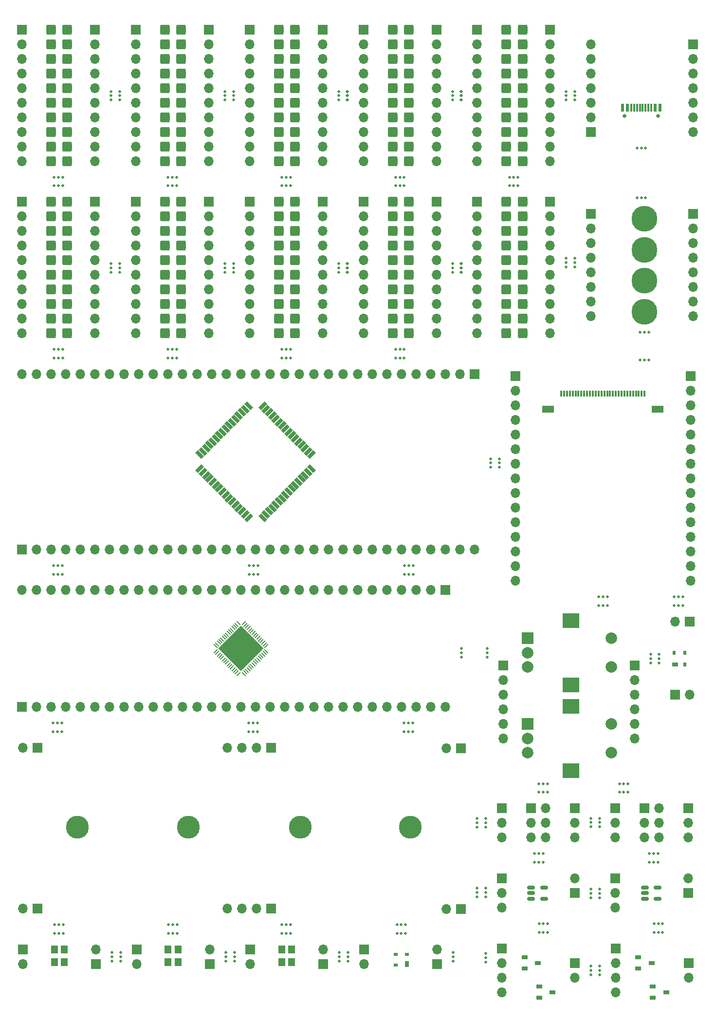
<source format=gbr>
%TF.GenerationSoftware,KiCad,Pcbnew,(6.0.2)*%
%TF.CreationDate,2022-03-22T08:03:31-04:00*%
%TF.ProjectId,Panel,50616e65-6c2e-46b6-9963-61645f706362,rev?*%
%TF.SameCoordinates,Original*%
%TF.FileFunction,Soldermask,Top*%
%TF.FilePolarity,Negative*%
%FSLAX46Y46*%
G04 Gerber Fmt 4.6, Leading zero omitted, Abs format (unit mm)*
G04 Created by KiCad (PCBNEW (6.0.2)) date 2022-03-22 08:03:31*
%MOMM*%
%LPD*%
G01*
G04 APERTURE LIST*
G04 Aperture macros list*
%AMRoundRect*
0 Rectangle with rounded corners*
0 $1 Rounding radius*
0 $2 $3 $4 $5 $6 $7 $8 $9 X,Y pos of 4 corners*
0 Add a 4 corners polygon primitive as box body*
4,1,4,$2,$3,$4,$5,$6,$7,$8,$9,$2,$3,0*
0 Add four circle primitives for the rounded corners*
1,1,$1+$1,$2,$3*
1,1,$1+$1,$4,$5*
1,1,$1+$1,$6,$7*
1,1,$1+$1,$8,$9*
0 Add four rect primitives between the rounded corners*
20,1,$1+$1,$2,$3,$4,$5,0*
20,1,$1+$1,$4,$5,$6,$7,0*
20,1,$1+$1,$6,$7,$8,$9,0*
20,1,$1+$1,$8,$9,$2,$3,0*%
%AMRotRect*
0 Rectangle, with rotation*
0 The origin of the aperture is its center*
0 $1 length*
0 $2 width*
0 $3 Rotation angle, in degrees counterclockwise*
0 Add horizontal line*
21,1,$1,$2,0,0,$3*%
G04 Aperture macros list end*
%ADD10RoundRect,0.289474X-0.535526X-0.585526X0.535526X-0.585526X0.535526X0.585526X-0.535526X0.585526X0*%
%ADD11C,0.500000*%
%ADD12R,1.700000X1.700000*%
%ADD13O,1.700000X1.700000*%
%ADD14R,1.200000X1.400000*%
%ADD15RotRect,0.600000X1.475000X135.000000*%
%ADD16RotRect,0.600000X1.475000X45.000000*%
%ADD17R,0.700000X1.000000*%
%ADD18R,0.700000X0.600000*%
%ADD19R,1.050000X0.700000*%
%ADD20R,0.300000X1.000000*%
%ADD21R,2.000000X1.300000*%
%ADD22C,3.987800*%
%ADD23RoundRect,0.150000X-0.512500X-0.150000X0.512500X-0.150000X0.512500X0.150000X-0.512500X0.150000X0*%
%ADD24R,1.000000X0.700000*%
%ADD25R,0.600000X0.700000*%
%ADD26R,2.000000X2.000000*%
%ADD27C,2.000000*%
%ADD28R,3.000000X2.500000*%
%ADD29C,0.650000*%
%ADD30R,0.600000X1.450000*%
%ADD31R,0.300000X1.450000*%
%ADD32RotRect,0.200000X0.850000X135.000000*%
%ADD33RotRect,0.200000X0.850000X45.000000*%
%ADD34RotRect,5.550000X5.550000X45.000000*%
%ADD35C,4.500000*%
G04 APERTURE END LIST*
D10*
%TO.C,G70*%
X88191699Y-91059998D03*
X91013999Y-91059998D03*
%TD*%
D11*
%TO.C,mouse-bite-2mm-slot20*%
X68912599Y-63909997D03*
X69662599Y-65409997D03*
X70412599Y-65409997D03*
X70412599Y-63909997D03*
X69662599Y-63909997D03*
X68912599Y-65409997D03*
%TD*%
%TO.C,mouse-bite-2mm-slot*%
X68842599Y-131409999D03*
X70342599Y-131409999D03*
X69592599Y-132909999D03*
X69592599Y-131409999D03*
X70342599Y-132909999D03*
X68842599Y-132909999D03*
%TD*%
D12*
%TO.C,J36*%
X115612599Y-38259998D03*
D13*
X115612599Y-40799998D03*
X115612599Y-43339998D03*
X115612599Y-45879998D03*
X115612599Y-48419998D03*
X115612599Y-50959998D03*
X115612599Y-53499998D03*
X115612599Y-56039998D03*
X115612599Y-58579998D03*
X115612599Y-61119998D03*
%TD*%
D10*
%TO.C,G23*%
X107991699Y-43339998D03*
X110813999Y-43339998D03*
%TD*%
%TO.C,G91*%
X147591699Y-68199998D03*
X150413999Y-68199998D03*
%TD*%
%TO.C,G16*%
X88191699Y-50959998D03*
X91013999Y-50959998D03*
%TD*%
%TO.C,G75*%
X107991699Y-78359998D03*
X110813999Y-78359998D03*
%TD*%
D11*
%TO.C,mouse-bite-2mm-slot*%
X104342599Y-131409999D03*
X102842599Y-132909999D03*
X104342599Y-132909999D03*
X103592599Y-131409999D03*
X103592599Y-132909999D03*
X102842599Y-131409999D03*
%TD*%
%TO.C,mouse-bite-2mm-slot*%
X170842599Y-95709999D03*
X172342599Y-95709999D03*
X171592599Y-95709999D03*
%TD*%
D12*
%TO.C,J52*%
X179259999Y-188320000D03*
D13*
X179259999Y-185780000D03*
%TD*%
D12*
%TO.C,J50*%
X155212599Y-68199998D03*
D13*
X155212599Y-70739998D03*
X155212599Y-73279998D03*
X155212599Y-75819998D03*
X155212599Y-78359998D03*
X155212599Y-80899998D03*
X155212599Y-83439998D03*
X155212599Y-85979998D03*
X155212599Y-88519998D03*
X155212599Y-91059998D03*
%TD*%
D10*
%TO.C,G50*%
X147591699Y-61119998D03*
X150413999Y-61119998D03*
%TD*%
D14*
%TO.C,Y2*%
X88749999Y-198179999D03*
X88749999Y-200379999D03*
X90449999Y-200379999D03*
X90449999Y-198179999D03*
%TD*%
D15*
%TO.C,IC1*%
X94238366Y-114608951D03*
X94804051Y-115174636D03*
X95369737Y-115740321D03*
X95935422Y-116306007D03*
X96501108Y-116871692D03*
X97066793Y-117437378D03*
X97632479Y-118003063D03*
X98198164Y-118568749D03*
X98763849Y-119134434D03*
X99329535Y-119700119D03*
X99895220Y-120265805D03*
X100460906Y-120831490D03*
X101026591Y-121397176D03*
X101592277Y-121962861D03*
X102157962Y-122528547D03*
X102723647Y-123094232D03*
D16*
X105181551Y-123094232D03*
X105747236Y-122528547D03*
X106312921Y-121962861D03*
X106878607Y-121397176D03*
X107444292Y-120831490D03*
X108009978Y-120265805D03*
X108575663Y-119700119D03*
X109141349Y-119134434D03*
X109707034Y-118568749D03*
X110272719Y-118003063D03*
X110838405Y-117437378D03*
X111404090Y-116871692D03*
X111969776Y-116306007D03*
X112535461Y-115740321D03*
X113101147Y-115174636D03*
X113666832Y-114608951D03*
D15*
X113666832Y-112151047D03*
X113101147Y-111585362D03*
X112535461Y-111019677D03*
X111969776Y-110453991D03*
X111404090Y-109888306D03*
X110838405Y-109322620D03*
X110272719Y-108756935D03*
X109707034Y-108191249D03*
X109141349Y-107625564D03*
X108575663Y-107059879D03*
X108009978Y-106494193D03*
X107444292Y-105928508D03*
X106878607Y-105362822D03*
X106312921Y-104797137D03*
X105747236Y-104231451D03*
X105181551Y-103665766D03*
D16*
X102723647Y-103665766D03*
X102157962Y-104231451D03*
X101592277Y-104797137D03*
X101026591Y-105362822D03*
X100460906Y-105928508D03*
X99895220Y-106494193D03*
X99329535Y-107059879D03*
X98763849Y-107625564D03*
X98198164Y-108191249D03*
X97632479Y-108756935D03*
X97066793Y-109322620D03*
X96501108Y-109888306D03*
X95935422Y-110453991D03*
X95369737Y-111019677D03*
X94804051Y-111585362D03*
X94238366Y-112151047D03*
%TD*%
D10*
%TO.C,G53*%
X68391699Y-73279998D03*
X71213999Y-73279998D03*
%TD*%
D11*
%TO.C,mouse-bite-2mm-slot*%
X162269999Y-189150000D03*
X163769999Y-188400000D03*
X163769999Y-189150000D03*
X162269999Y-188400000D03*
X163769999Y-187650000D03*
X162269999Y-187650000D03*
%TD*%
D10*
%TO.C,G90*%
X127791699Y-91059998D03*
X130613999Y-91059998D03*
%TD*%
D12*
%TO.C,J19*%
X135540000Y-200659999D03*
D13*
X135540000Y-198119999D03*
%TD*%
D12*
%TO.C,JOLED1*%
X149132599Y-98499999D03*
D13*
X149132599Y-101039999D03*
X149132599Y-103579999D03*
X149132599Y-106119999D03*
X149132599Y-108659999D03*
X149132599Y-111199999D03*
X149132599Y-113739999D03*
X149132599Y-116279999D03*
X149132599Y-118819999D03*
X149132599Y-121359999D03*
X149132599Y-123899999D03*
X149132599Y-126439999D03*
X149132599Y-128979999D03*
X149132599Y-131519999D03*
X149132599Y-134059999D03*
%TD*%
D12*
%TO.C,J11*%
X142052599Y-98139999D03*
D13*
X139512599Y-98139999D03*
X136972599Y-98139999D03*
X134432599Y-98139999D03*
X131892599Y-98139999D03*
X129352599Y-98139999D03*
X126812599Y-98139999D03*
X124272599Y-98139999D03*
X121732599Y-98139999D03*
X119192599Y-98139999D03*
X116652599Y-98139999D03*
X114112599Y-98139999D03*
X111572599Y-98139999D03*
X109032599Y-98139999D03*
X106492599Y-98139999D03*
X103952599Y-98139999D03*
X101412599Y-98139999D03*
X98872599Y-98139999D03*
X96332599Y-98139999D03*
X93792599Y-98139999D03*
X91252599Y-98139999D03*
X88712599Y-98139999D03*
X86172599Y-98139999D03*
X83632599Y-98139999D03*
X81092599Y-98139999D03*
X78552599Y-98139999D03*
X76012599Y-98139999D03*
X73472599Y-98139999D03*
X70932599Y-98139999D03*
X68392599Y-98139999D03*
X65852599Y-98139999D03*
X63312599Y-98139999D03*
%TD*%
D11*
%TO.C,mouse-bite-2mm-slot10*%
X118422599Y-50509998D03*
X118422599Y-49009998D03*
X119922599Y-49009998D03*
X118422599Y-49759998D03*
X119922599Y-49759998D03*
X119922599Y-50509998D03*
%TD*%
D10*
%TO.C,G13*%
X88191699Y-43339998D03*
X91013999Y-43339998D03*
%TD*%
%TO.C,G40*%
X127791699Y-61119998D03*
X130613999Y-61119998D03*
%TD*%
D17*
%TO.C,U3*%
X130320000Y-200659999D03*
D18*
X130320000Y-198959999D03*
X128320000Y-198959999D03*
X128320000Y-200859999D03*
%TD*%
D10*
%TO.C,G66*%
X88191699Y-80899998D03*
X91013999Y-80899998D03*
%TD*%
D11*
%TO.C,mouse-bite-2mm-slot36*%
X148112599Y-63909997D03*
X148862599Y-63909997D03*
X148112599Y-65409997D03*
X149612599Y-63909997D03*
X148862599Y-65409997D03*
X149612599Y-65409997D03*
%TD*%
D12*
%TO.C,J43*%
X83112599Y-68199998D03*
D13*
X83112599Y-70739998D03*
X83112599Y-73279998D03*
X83112599Y-75819998D03*
X83112599Y-78359998D03*
X83112599Y-80899998D03*
X83112599Y-83439998D03*
X83112599Y-85979998D03*
X83112599Y-88519998D03*
X83112599Y-91059998D03*
%TD*%
D11*
%TO.C,mouse-bite-2mm-slot22*%
X80322599Y-80449998D03*
X78822599Y-80449998D03*
X80322599Y-79699998D03*
X80322599Y-78949998D03*
X78822599Y-78949998D03*
X78822599Y-79699998D03*
%TD*%
%TO.C,mouse-bite-2mm-slot*%
X78989999Y-199389999D03*
X80489999Y-200139999D03*
X78989999Y-198639999D03*
X78989999Y-200139999D03*
X80489999Y-199389999D03*
X80489999Y-198639999D03*
%TD*%
D10*
%TO.C,G86*%
X127791699Y-80899998D03*
X130613999Y-80899998D03*
%TD*%
%TO.C,G33*%
X127791699Y-43339998D03*
X130613999Y-43339998D03*
%TD*%
%TO.C,G73*%
X107991699Y-73279998D03*
X110813999Y-73279998D03*
%TD*%
%TO.C,G57*%
X68391699Y-83439998D03*
X71213999Y-83439998D03*
%TD*%
D11*
%TO.C,mouse-bite-2mm-slot*%
X109259999Y-193829999D03*
X109259999Y-195329999D03*
X108509999Y-195329999D03*
X108509999Y-193829999D03*
X110009999Y-195329999D03*
X110009999Y-193829999D03*
%TD*%
D12*
%TO.C,J32*%
X66039999Y-191039999D03*
D13*
X63499999Y-191039999D03*
%TD*%
D12*
%TO.C,J45*%
X102912599Y-68199998D03*
D13*
X102912599Y-70739998D03*
X102912599Y-73279998D03*
X102912599Y-75819998D03*
X102912599Y-78359998D03*
X102912599Y-80899998D03*
X102912599Y-83439998D03*
X102912599Y-85979998D03*
X102912599Y-88519998D03*
X102912599Y-91059998D03*
%TD*%
D19*
%TO.C,IC2*%
X150749998Y-199530001D03*
X150749998Y-201430001D03*
X153049998Y-200480001D03*
%TD*%
D12*
%TO.C,J26*%
X166560000Y-173620000D03*
D13*
X166560000Y-176160000D03*
X166560000Y-178700000D03*
%TD*%
D11*
%TO.C,mouse-bite-2mm-slot6*%
X100122599Y-49759998D03*
X98622599Y-49009998D03*
X100122599Y-49009998D03*
X100122599Y-50509998D03*
X98622599Y-49759998D03*
X98622599Y-50509998D03*
%TD*%
D20*
%TO.C,UOLED1*%
X157122599Y-101554999D03*
X157622599Y-101554999D03*
X158122599Y-101554999D03*
X158622599Y-101554999D03*
X159122599Y-101554999D03*
X159622599Y-101554999D03*
X160122599Y-101554999D03*
X160622599Y-101554999D03*
X161122599Y-101554999D03*
X161622599Y-101554999D03*
X162122599Y-101554999D03*
X162622599Y-101554999D03*
X163122599Y-101554999D03*
X163622599Y-101554999D03*
X164122599Y-101554999D03*
X164622599Y-101554999D03*
X165122599Y-101554999D03*
X165622599Y-101554999D03*
X166122599Y-101554999D03*
X166622599Y-101554999D03*
X167122599Y-101554999D03*
X167622599Y-101554999D03*
X168122599Y-101554999D03*
X168622599Y-101554999D03*
X169122599Y-101554999D03*
X169622599Y-101554999D03*
X170122599Y-101554999D03*
X170622599Y-101554999D03*
X171122599Y-101554999D03*
X171622599Y-101554999D03*
D21*
X154822599Y-104254999D03*
X173922599Y-104254999D03*
%TD*%
D11*
%TO.C,mouse-bite-2mm-slot2*%
X78822599Y-50509998D03*
X80322599Y-50509998D03*
X78822599Y-49759998D03*
X78822599Y-49009998D03*
X80322599Y-49009998D03*
X80322599Y-49759998D03*
%TD*%
%TO.C,mouse-bite-2mm-slot*%
X78802600Y-49009998D03*
X78802600Y-49759998D03*
X80302600Y-49009998D03*
X80302600Y-50509998D03*
X80302600Y-49759998D03*
X78802600Y-50509998D03*
%TD*%
D10*
%TO.C,G39*%
X127791699Y-58579998D03*
X130613999Y-58579998D03*
%TD*%
D22*
%TO.C,MX1*%
X130899999Y-176879999D03*
%TD*%
D12*
%TO.C,J34*%
X95812599Y-38259998D03*
D13*
X95812599Y-40799998D03*
X95812599Y-43339998D03*
X95812599Y-45879998D03*
X95812599Y-48419998D03*
X95812599Y-50959998D03*
X95812599Y-53499998D03*
X95812599Y-56039998D03*
X95812599Y-58579998D03*
X95812599Y-61119998D03*
%TD*%
D10*
%TO.C,G24*%
X107991699Y-45879998D03*
X110813999Y-45879998D03*
%TD*%
D11*
%TO.C,mouse-bite-2mm-slot*%
X171572600Y-90869998D03*
X170822600Y-90869998D03*
X172322600Y-90869998D03*
%TD*%
D12*
%TO.C,J30*%
X139699999Y-191099707D03*
D13*
X137159999Y-191099707D03*
%TD*%
D12*
%TO.C,J31*%
X66039999Y-163099999D03*
D13*
X63499999Y-163099999D03*
%TD*%
D12*
%TO.C,J53*%
X166599998Y-197940001D03*
D13*
X166599998Y-200480001D03*
X166599998Y-203020001D03*
X166599998Y-205560001D03*
%TD*%
D12*
%TO.C,J4*%
X76012599Y-38259998D03*
D13*
X76012599Y-40799998D03*
X76012599Y-43339998D03*
X76012599Y-45879998D03*
X76012599Y-48419998D03*
X76012599Y-50959998D03*
X76012599Y-53499998D03*
X76012599Y-56039998D03*
X76012599Y-58579998D03*
X76012599Y-61119998D03*
%TD*%
D10*
%TO.C,G5*%
X68391699Y-48419998D03*
X71213999Y-48419998D03*
%TD*%
D11*
%TO.C,mouse-bite-2mm-slot*%
X174769999Y-195150000D03*
X173269999Y-193650000D03*
X174019999Y-195150000D03*
X174019999Y-193650000D03*
X174769999Y-193650000D03*
X173269999Y-195150000D03*
%TD*%
%TO.C,mouse-bite-2mm-slot*%
X168743947Y-170830000D03*
X167993947Y-169330000D03*
X167993947Y-170830000D03*
X167243947Y-170830000D03*
X167243947Y-169330000D03*
X168743947Y-169330000D03*
%TD*%
%TO.C,mouse-bite-2mm-slot*%
X143989999Y-188240000D03*
X142489999Y-188990000D03*
X142489999Y-187490000D03*
X143989999Y-188990000D03*
X142489999Y-188240000D03*
X143989999Y-187490000D03*
%TD*%
D10*
%TO.C,G12*%
X88191699Y-40799998D03*
X91013999Y-40799998D03*
%TD*%
D11*
%TO.C,mouse-bite-2mm-slot5*%
X110012599Y-65409999D03*
X109262599Y-65409999D03*
X108512599Y-63909999D03*
X108512599Y-65409999D03*
X110012599Y-63909999D03*
X109262599Y-63909999D03*
%TD*%
%TO.C,mouse-bite-2mm-slot31*%
X138202600Y-79699998D03*
X139702600Y-79699998D03*
X138202600Y-78949998D03*
X139702600Y-78949998D03*
X139702600Y-80449998D03*
X138202600Y-80449998D03*
%TD*%
D10*
%TO.C,G76*%
X107991699Y-80899998D03*
X110813999Y-80899998D03*
%TD*%
D11*
%TO.C,mouse-bite-2mm-slot*%
X171052600Y-67509998D03*
X170302600Y-67509998D03*
X171802600Y-67509998D03*
%TD*%
D10*
%TO.C,G71*%
X107991699Y-68199998D03*
X110813999Y-68199998D03*
%TD*%
D11*
%TO.C,mouse-bite-2mm-slot24*%
X89462599Y-65409997D03*
X88712599Y-63909997D03*
X88712599Y-65409997D03*
X89462599Y-63909997D03*
X90212599Y-65409997D03*
X90212599Y-63909997D03*
%TD*%
D10*
%TO.C,G88*%
X127791699Y-85979998D03*
X130613999Y-85979998D03*
%TD*%
D12*
%TO.C,J23*%
X122840000Y-198119999D03*
D13*
X122840000Y-200659999D03*
%TD*%
D10*
%TO.C,G94*%
X147591699Y-75819998D03*
X150413999Y-75819998D03*
%TD*%
%TO.C,G58*%
X68391699Y-85979998D03*
X71213999Y-85979998D03*
%TD*%
D12*
%TO.C,J5*%
X136979999Y-135699999D03*
D13*
X134439999Y-135699999D03*
X131899999Y-135699999D03*
X129359999Y-135699999D03*
X126819999Y-135699999D03*
X124279999Y-135699999D03*
X121739999Y-135699999D03*
X119199999Y-135699999D03*
X116659999Y-135699999D03*
X114119999Y-135699999D03*
X111579999Y-135699999D03*
X109039999Y-135699999D03*
X106499999Y-135699999D03*
X103959999Y-135699999D03*
X101419999Y-135699999D03*
X98879999Y-135699999D03*
X96339999Y-135699999D03*
X93799999Y-135699999D03*
X91259999Y-135699999D03*
X88719999Y-135699999D03*
X86179999Y-135699999D03*
X83639999Y-135699999D03*
X81099999Y-135699999D03*
X78559999Y-135699999D03*
X76019999Y-135699999D03*
X73479999Y-135699999D03*
X70939999Y-135699999D03*
X68399999Y-135699999D03*
X65859999Y-135699999D03*
X63319999Y-135699999D03*
%TD*%
D10*
%TO.C,G69*%
X88191699Y-88519998D03*
X91013999Y-88519998D03*
%TD*%
D12*
%TO.C,J18*%
X162292600Y-56080001D03*
D13*
X162292600Y-53540001D03*
X162292600Y-51000001D03*
X162292600Y-48460001D03*
X162292600Y-45920001D03*
X162292600Y-43380001D03*
X162292600Y-40840001D03*
%TD*%
D10*
%TO.C,G98*%
X147591699Y-85979998D03*
X150413999Y-85979998D03*
%TD*%
D12*
%TO.C,J6*%
X63499999Y-198119999D03*
D13*
X63499999Y-200659999D03*
%TD*%
D22*
%TO.C,MX3*%
X111759999Y-176879999D03*
%TD*%
D10*
%TO.C,G11*%
X88191699Y-38259998D03*
X91013999Y-38259998D03*
%TD*%
D12*
%TO.C,J40*%
X155212599Y-38259998D03*
D13*
X155212599Y-40799998D03*
X155212599Y-43339998D03*
X155212599Y-45879998D03*
X155212599Y-48419998D03*
X155212599Y-50959998D03*
X155212599Y-53499998D03*
X155212599Y-56039998D03*
X155212599Y-58579998D03*
X155212599Y-61119998D03*
%TD*%
D10*
%TO.C,G25*%
X107991699Y-48419998D03*
X110813999Y-48419998D03*
%TD*%
%TO.C,G17*%
X88191699Y-53499998D03*
X91013999Y-53499998D03*
%TD*%
D12*
%TO.C,J8*%
X147009998Y-148760000D03*
D13*
X147009998Y-151300000D03*
X147009998Y-153840000D03*
X147009998Y-156380000D03*
X147009998Y-158920000D03*
X147009998Y-161460000D03*
%TD*%
D11*
%TO.C,mouse-bite-2mm-slot*%
X163622599Y-136849999D03*
X165122599Y-138349999D03*
X164372599Y-138349999D03*
X164372599Y-136849999D03*
X165122599Y-136849999D03*
X163622599Y-138349999D03*
%TD*%
D10*
%TO.C,G6*%
X68391699Y-50959998D03*
X71213999Y-50959998D03*
%TD*%
%TO.C,G78*%
X107991699Y-85979998D03*
X110813999Y-85979998D03*
%TD*%
%TO.C,G100*%
X147591699Y-91059998D03*
X150413999Y-91059998D03*
%TD*%
D11*
%TO.C,mouse-bite-2mm-slot*%
X69009999Y-195329999D03*
X70509999Y-193829999D03*
X69759999Y-193829999D03*
X69009999Y-193829999D03*
X70509999Y-195329999D03*
X69759999Y-195329999D03*
%TD*%
D10*
%TO.C,G95*%
X147591699Y-78359998D03*
X150413999Y-78359998D03*
%TD*%
%TO.C,G93*%
X147591699Y-73279998D03*
X150413999Y-73279998D03*
%TD*%
D11*
%TO.C,mouse-bite-2mm-slot*%
X142489999Y-175390000D03*
X142489999Y-176890000D03*
X143989999Y-176890000D03*
X143989999Y-176140000D03*
X143989999Y-175390000D03*
X142489999Y-176140000D03*
%TD*%
D12*
%TO.C,J16*%
X146779999Y-185780000D03*
D13*
X146779999Y-188320000D03*
X146779999Y-190860000D03*
%TD*%
D10*
%TO.C,G41*%
X147591699Y-38259998D03*
X150413999Y-38259998D03*
%TD*%
%TO.C,G84*%
X127791699Y-75819998D03*
X130613999Y-75819998D03*
%TD*%
D11*
%TO.C,mouse-bite-2mm-slot*%
X68769999Y-160309999D03*
X69519999Y-158809999D03*
X69519999Y-160309999D03*
X70269999Y-158809999D03*
X68769999Y-158809999D03*
X70269999Y-160309999D03*
%TD*%
D12*
%TO.C,J28*%
X179260000Y-173620000D03*
D13*
X179260000Y-176160000D03*
X179260000Y-178700000D03*
%TD*%
D11*
%TO.C,mouse-bite-2mm-slot21*%
X88712599Y-95349999D03*
X89462599Y-95349999D03*
X90212599Y-95349999D03*
X89462599Y-93849999D03*
X90212599Y-93849999D03*
X88712599Y-93849999D03*
%TD*%
D10*
%TO.C,G47*%
X147591699Y-53499998D03*
X150413999Y-53499998D03*
%TD*%
%TO.C,G64*%
X88191699Y-75819998D03*
X91013999Y-75819998D03*
%TD*%
%TO.C,G51*%
X68391699Y-68199998D03*
X71213999Y-68199998D03*
%TD*%
D23*
%TO.C,U4*%
X171642499Y-187410000D03*
X171642499Y-188360000D03*
X171642499Y-189310000D03*
X173917499Y-189310000D03*
X173917499Y-187410000D03*
%TD*%
D11*
%TO.C,mouse-bite-2mm-slot*%
X144219998Y-147349999D03*
X144219998Y-145849999D03*
X144219998Y-146599999D03*
%TD*%
%TO.C,mouse-bite-2mm-slot*%
X138330000Y-198639999D03*
X138330000Y-199389999D03*
X138330000Y-200139999D03*
%TD*%
D10*
%TO.C,G63*%
X88191699Y-73279998D03*
X91013999Y-73279998D03*
%TD*%
D14*
%TO.C,Y1*%
X68969999Y-198179999D03*
X68969999Y-200379999D03*
X70669999Y-200379999D03*
X70669999Y-198179999D03*
%TD*%
D12*
%TO.C,J58*%
X115759999Y-200659999D03*
D13*
X115759999Y-198119999D03*
%TD*%
D12*
%TO.C,J47*%
X122712599Y-68199998D03*
D13*
X122712599Y-70739998D03*
X122712599Y-73279998D03*
X122712599Y-75819998D03*
X122712599Y-78359998D03*
X122712599Y-80899998D03*
X122712599Y-83439998D03*
X122712599Y-85979998D03*
X122712599Y-88519998D03*
X122712599Y-91059998D03*
%TD*%
D12*
%TO.C,J35*%
X102912599Y-38259998D03*
D13*
X102912599Y-40799998D03*
X102912599Y-43339998D03*
X102912599Y-45879998D03*
X102912599Y-48419998D03*
X102912599Y-50959998D03*
X102912599Y-53499998D03*
X102912599Y-56039998D03*
X102912599Y-58579998D03*
X102912599Y-61119998D03*
%TD*%
D12*
%TO.C,J57*%
X103059999Y-198119999D03*
D13*
X103059999Y-200659999D03*
%TD*%
D10*
%TO.C,G21*%
X107991699Y-38259998D03*
X110813999Y-38259998D03*
%TD*%
D12*
%TO.C,J38*%
X135412599Y-38259998D03*
D13*
X135412599Y-40799998D03*
X135412599Y-43339998D03*
X135412599Y-45879998D03*
X135412599Y-48419998D03*
X135412599Y-50959998D03*
X135412599Y-53499998D03*
X135412599Y-56039998D03*
X135412599Y-58579998D03*
X135412599Y-61119998D03*
%TD*%
D11*
%TO.C,mouse-bite-2mm-slot14*%
X158002600Y-78009998D03*
X159502600Y-78759998D03*
X158002600Y-79509998D03*
X159502600Y-78009998D03*
X158002600Y-78759998D03*
X159502600Y-79509998D03*
%TD*%
D10*
%TO.C,G85*%
X127791699Y-78359998D03*
X130613999Y-78359998D03*
%TD*%
%TO.C,G74*%
X107991699Y-75819998D03*
X110813999Y-75819998D03*
%TD*%
%TO.C,G62*%
X88191699Y-70739998D03*
X91013999Y-70739998D03*
%TD*%
%TO.C,G68*%
X88191699Y-85979998D03*
X91013999Y-85979998D03*
%TD*%
D12*
%TO.C,J41*%
X63312599Y-68199998D03*
D13*
X63312599Y-70739998D03*
X63312599Y-73279998D03*
X63312599Y-75819998D03*
X63312599Y-78359998D03*
X63312599Y-80899998D03*
X63312599Y-83439998D03*
X63312599Y-85979998D03*
X63312599Y-88519998D03*
X63312599Y-91059998D03*
%TD*%
D19*
%TO.C,IC4*%
X170529998Y-199530001D03*
X170529998Y-201430001D03*
X172829998Y-200480001D03*
%TD*%
D12*
%TO.C,J54*%
X179299998Y-200480001D03*
D13*
X179299998Y-203020001D03*
%TD*%
D11*
%TO.C,mouse-bite-2mm-slot*%
X130049999Y-193829999D03*
X128549999Y-195329999D03*
X130049999Y-195329999D03*
X129299999Y-193829999D03*
X128549999Y-193829999D03*
X129299999Y-195329999D03*
%TD*%
D10*
%TO.C,G79*%
X107991699Y-88519998D03*
X110813999Y-88519998D03*
%TD*%
D11*
%TO.C,mouse-bite-2mm-slot*%
X130592599Y-131409999D03*
X131342599Y-131409999D03*
X129842599Y-131409999D03*
X131342599Y-132909999D03*
X129842599Y-132909999D03*
X130592599Y-132909999D03*
%TD*%
D12*
%TO.C,J22*%
X151859999Y-173620000D03*
D13*
X154399999Y-173620000D03*
X151859999Y-176160000D03*
X154399999Y-176160000D03*
X151859999Y-178700000D03*
X154399999Y-178700000D03*
%TD*%
D11*
%TO.C,mouse-bite-2mm-slot*%
X172463947Y-181490000D03*
X173963947Y-181490000D03*
X173963947Y-182990000D03*
X173213947Y-182990000D03*
X173213947Y-181490000D03*
X172463947Y-182990000D03*
%TD*%
%TO.C,mouse-bite-2mm-slot*%
X131269999Y-160309999D03*
X129769999Y-160309999D03*
X130519999Y-160309999D03*
X129769999Y-158809999D03*
X130519999Y-158809999D03*
X131269999Y-158809999D03*
%TD*%
D12*
%TO.C,J29*%
X139699999Y-163159707D03*
D13*
X137159999Y-163159707D03*
%TD*%
D10*
%TO.C,G42*%
X147591699Y-40799998D03*
X150413999Y-40799998D03*
%TD*%
D11*
%TO.C,mouse-bite-2mm-slot28*%
X108512599Y-63909997D03*
X109262599Y-65409997D03*
X110012599Y-65409997D03*
X110012599Y-63909997D03*
X109262599Y-63909997D03*
X108512599Y-65409997D03*
%TD*%
D24*
%TO.C,U3*%
X176949998Y-148620000D03*
D25*
X178649998Y-148620000D03*
X178649998Y-146620000D03*
X176749998Y-146620000D03*
%TD*%
D10*
%TO.C,G19*%
X88191699Y-58579998D03*
X91013999Y-58579998D03*
%TD*%
%TO.C,G14*%
X88191699Y-45879998D03*
X91013999Y-45879998D03*
%TD*%
D12*
%TO.C,J1*%
X63319999Y-156019999D03*
D13*
X65859999Y-156019999D03*
X68399999Y-156019999D03*
X70939999Y-156019999D03*
X73479999Y-156019999D03*
X76019999Y-156019999D03*
X78559999Y-156019999D03*
X81099999Y-156019999D03*
X83639999Y-156019999D03*
X86179999Y-156019999D03*
X88719999Y-156019999D03*
X91259999Y-156019999D03*
X93799999Y-156019999D03*
X96339999Y-156019999D03*
X98879999Y-156019999D03*
X101419999Y-156019999D03*
X103959999Y-156019999D03*
X106499999Y-156019999D03*
X109039999Y-156019999D03*
X111579999Y-156019999D03*
X114119999Y-156019999D03*
X116659999Y-156019999D03*
X119199999Y-156019999D03*
X121739999Y-156019999D03*
X124279999Y-156019999D03*
X126819999Y-156019999D03*
X129359999Y-156019999D03*
X131899999Y-156019999D03*
X134439999Y-156019999D03*
X136979999Y-156019999D03*
%TD*%
D12*
%TO.C,J3*%
X63312599Y-128619999D03*
D13*
X65852599Y-128619999D03*
X68392599Y-128619999D03*
X70932599Y-128619999D03*
X73472599Y-128619999D03*
X76012599Y-128619999D03*
X78552599Y-128619999D03*
X81092599Y-128619999D03*
X83632599Y-128619999D03*
X86172599Y-128619999D03*
X88712599Y-128619999D03*
X91252599Y-128619999D03*
X93792599Y-128619999D03*
X96332599Y-128619999D03*
X98872599Y-128619999D03*
X101412599Y-128619999D03*
X103952599Y-128619999D03*
X106492599Y-128619999D03*
X109032599Y-128619999D03*
X111572599Y-128619999D03*
X114112599Y-128619999D03*
X116652599Y-128619999D03*
X119192599Y-128619999D03*
X121732599Y-128619999D03*
X124272599Y-128619999D03*
X126812599Y-128619999D03*
X129352599Y-128619999D03*
X131892599Y-128619999D03*
X134432599Y-128619999D03*
X136972599Y-128619999D03*
X139512599Y-128619999D03*
X142052599Y-128619999D03*
%TD*%
D12*
%TO.C,J24*%
X159479999Y-173620000D03*
D13*
X159479999Y-176160000D03*
X159479999Y-178700000D03*
%TD*%
D12*
%TO.C,J19*%
X176949998Y-153840000D03*
D13*
X179489998Y-153840000D03*
%TD*%
D10*
%TO.C,G89*%
X127791699Y-88519998D03*
X130613999Y-88519998D03*
%TD*%
%TO.C,G27*%
X107991699Y-53499998D03*
X110813999Y-53499998D03*
%TD*%
%TO.C,G35*%
X127791699Y-48419998D03*
X130613999Y-48419998D03*
%TD*%
D19*
%TO.C,IC5*%
X173069998Y-204610001D03*
X173069998Y-206510001D03*
X175369998Y-205560001D03*
%TD*%
D10*
%TO.C,G80*%
X107991699Y-91059998D03*
X110813999Y-91059998D03*
%TD*%
D11*
%TO.C,mouse-bite-2mm-slot29*%
X129062599Y-93849999D03*
X129812599Y-95349999D03*
X128312599Y-95349999D03*
X129062599Y-95349999D03*
X129812599Y-93849999D03*
X128312599Y-93849999D03*
%TD*%
D12*
%TO.C,J15*%
X146819998Y-197940001D03*
D13*
X146819998Y-200480001D03*
X146819998Y-203020001D03*
X146819998Y-205560001D03*
%TD*%
D10*
%TO.C,G43*%
X147591699Y-43339998D03*
X150413999Y-43339998D03*
%TD*%
D12*
%TO.C,J51*%
X166559999Y-185780000D03*
D13*
X166559999Y-188320000D03*
X166559999Y-190860000D03*
%TD*%
D11*
%TO.C,mouse-bite-2mm-slot*%
X144029998Y-198810001D03*
X144029998Y-200310001D03*
X144029998Y-199560001D03*
%TD*%
D10*
%TO.C,G36*%
X127791699Y-50959998D03*
X130613999Y-50959998D03*
%TD*%
%TO.C,G46*%
X147591699Y-50959998D03*
X150413999Y-50959998D03*
%TD*%
D11*
%TO.C,mouse-bite-2mm-slot*%
X152463947Y-181490000D03*
X153963947Y-181490000D03*
X153963947Y-182990000D03*
X152463947Y-182990000D03*
X153213947Y-182990000D03*
X153213947Y-181490000D03*
%TD*%
D10*
%TO.C,G7*%
X68391699Y-53499998D03*
X71213999Y-53499998D03*
%TD*%
%TO.C,G82*%
X127791699Y-70739998D03*
X130613999Y-70739998D03*
%TD*%
D12*
%TO.C,J20*%
X159479999Y-188320000D03*
D13*
X159479999Y-185780000D03*
%TD*%
D12*
%TO.C,J23*%
X179489998Y-141140000D03*
D13*
X176949998Y-141140000D03*
%TD*%
D11*
%TO.C,mouse-bite-2mm-slot14*%
X159502600Y-49759998D03*
X159502600Y-49009998D03*
X158002600Y-49759998D03*
X159502600Y-50509998D03*
X158002600Y-49009998D03*
X158002600Y-50509998D03*
%TD*%
D10*
%TO.C,G32*%
X127791699Y-40799998D03*
X130613999Y-40799998D03*
%TD*%
D12*
%TO.C,JOLED2*%
X179612599Y-98504999D03*
D13*
X179612599Y-101044999D03*
X179612599Y-103584999D03*
X179612599Y-106124999D03*
X179612599Y-108664999D03*
X179612599Y-111204999D03*
X179612599Y-113744999D03*
X179612599Y-116284999D03*
X179612599Y-118824999D03*
X179612599Y-121364999D03*
X179612599Y-123904999D03*
X179612599Y-126444999D03*
X179612599Y-128984999D03*
X179612599Y-131524999D03*
X179612599Y-134064999D03*
%TD*%
D12*
%TO.C,J10*%
X106679999Y-163099999D03*
D13*
X104139999Y-163099999D03*
X101599999Y-163099999D03*
X99059999Y-163099999D03*
%TD*%
D11*
%TO.C,mouse-bite-2mm-slot7*%
X118402600Y-50509998D03*
X119902600Y-49009998D03*
X118402600Y-49759998D03*
X119902600Y-49759998D03*
X119902600Y-50509998D03*
X118402600Y-49009998D03*
%TD*%
%TO.C,mouse-bite-2mm-slot13*%
X149612599Y-65409999D03*
X149612599Y-63909999D03*
X148112599Y-65409999D03*
X148112599Y-63909999D03*
X148862599Y-65409999D03*
X148862599Y-63909999D03*
%TD*%
D12*
%TO.C,J13*%
X162292600Y-70299998D03*
D13*
X162292600Y-72839998D03*
X162292600Y-75379998D03*
X162292600Y-77919998D03*
X162292600Y-80459998D03*
X162292600Y-82999998D03*
X162292600Y-85539998D03*
X162292600Y-88079998D03*
%TD*%
D12*
%TO.C,J42*%
X76012599Y-68199998D03*
D13*
X76012599Y-70739998D03*
X76012599Y-73279998D03*
X76012599Y-75819998D03*
X76012599Y-78359998D03*
X76012599Y-80899998D03*
X76012599Y-83439998D03*
X76012599Y-85979998D03*
X76012599Y-88519998D03*
X76012599Y-91059998D03*
%TD*%
D12*
%TO.C,J14*%
X180072600Y-70299998D03*
D13*
X180072600Y-72839998D03*
X180072600Y-75379998D03*
X180072600Y-77919998D03*
X180072600Y-80459998D03*
X180072600Y-82999998D03*
X180072600Y-85539998D03*
X180072600Y-88079998D03*
%TD*%
D10*
%TO.C,G34*%
X127791699Y-45879998D03*
X130613999Y-45879998D03*
%TD*%
%TO.C,G72*%
X107991699Y-70739998D03*
X110813999Y-70739998D03*
%TD*%
%TO.C,G18*%
X88191699Y-56039998D03*
X91013999Y-56039998D03*
%TD*%
D11*
%TO.C,mouse-bite-2mm-slot34*%
X138222599Y-78949998D03*
X139722599Y-79699998D03*
X138222599Y-80449998D03*
X138222599Y-79699998D03*
X139722599Y-78949998D03*
X139722599Y-80449998D03*
%TD*%
%TO.C,mouse-bite-2mm-slot1*%
X90212599Y-63909999D03*
X88712599Y-63909999D03*
X90212599Y-65409999D03*
X89462599Y-65409999D03*
X88712599Y-65409999D03*
X89462599Y-63909999D03*
%TD*%
D10*
%TO.C,G97*%
X147591699Y-83439998D03*
X150413999Y-83439998D03*
%TD*%
D11*
%TO.C,mouse-bite-2mm-slot3*%
X100102600Y-49759998D03*
X98602600Y-49009998D03*
X100102600Y-49009998D03*
X98602600Y-50509998D03*
X100102600Y-50509998D03*
X98602600Y-49759998D03*
%TD*%
D12*
%TO.C,J21*%
X159519998Y-200480001D03*
D13*
X159519998Y-203020001D03*
%TD*%
D10*
%TO.C,G31*%
X127791699Y-38259998D03*
X130613999Y-38259998D03*
%TD*%
D11*
%TO.C,mouse-bite-2mm-slot*%
X90309999Y-195329999D03*
X89559999Y-193829999D03*
X89559999Y-195329999D03*
X90309999Y-193829999D03*
X88809999Y-195329999D03*
X88809999Y-193829999D03*
%TD*%
D10*
%TO.C,G59*%
X68391699Y-88519998D03*
X71213999Y-88519998D03*
%TD*%
D11*
%TO.C,mouse-bite-2mm-slot*%
X174159998Y-146849999D03*
X174159998Y-147599999D03*
X172659998Y-147599999D03*
X172659998Y-146849999D03*
X172659998Y-148349999D03*
X174159998Y-148349999D03*
%TD*%
%TO.C,mouse-bite-2mm-slot30*%
X118422599Y-78949998D03*
X119922599Y-80449998D03*
X119922599Y-78949998D03*
X118422599Y-79699998D03*
X119922599Y-79699998D03*
X118422599Y-80449998D03*
%TD*%
D10*
%TO.C,G30*%
X107991699Y-61119998D03*
X110813999Y-61119998D03*
%TD*%
%TO.C,G15*%
X88191699Y-48419998D03*
X91013999Y-48419998D03*
%TD*%
%TO.C,G92*%
X147591699Y-70739998D03*
X150413999Y-70739998D03*
%TD*%
D12*
%TO.C,J33*%
X83112599Y-38259998D03*
D13*
X83112599Y-40799998D03*
X83112599Y-43339998D03*
X83112599Y-45879998D03*
X83112599Y-48419998D03*
X83112599Y-50959998D03*
X83112599Y-53499998D03*
X83112599Y-56039998D03*
X83112599Y-58579998D03*
X83112599Y-61119998D03*
%TD*%
D11*
%TO.C,mouse-bite-2mm-slot32*%
X129062599Y-63909997D03*
X129062599Y-65409997D03*
X128312599Y-63909997D03*
X129812599Y-65409997D03*
X128312599Y-65409997D03*
X129812599Y-63909997D03*
%TD*%
D10*
%TO.C,G77*%
X107991699Y-83439998D03*
X110813999Y-83439998D03*
%TD*%
D11*
%TO.C,mouse-bite-2mm-slot27*%
X119902600Y-79699998D03*
X119902600Y-78949998D03*
X118402600Y-80449998D03*
X118402600Y-78949998D03*
X119902600Y-80449998D03*
X118402600Y-79699998D03*
%TD*%
D10*
%TO.C,G9*%
X68391699Y-58579998D03*
X71213999Y-58579998D03*
%TD*%
%TO.C,G8*%
X68391699Y-56039998D03*
X71213999Y-56039998D03*
%TD*%
D12*
%TO.C,J55*%
X83279999Y-198119999D03*
D13*
X83279999Y-200659999D03*
%TD*%
D10*
%TO.C,G81*%
X127791699Y-68199998D03*
X130613999Y-68199998D03*
%TD*%
D11*
%TO.C,mouse-bite-2mm-slot17*%
X70412599Y-93849999D03*
X69662599Y-93849999D03*
X69662599Y-95349999D03*
X68912599Y-95349999D03*
X68912599Y-93849999D03*
X70412599Y-95349999D03*
%TD*%
%TO.C,mouse-bite-2mm-slot*%
X98769999Y-199389999D03*
X100269999Y-198639999D03*
X98769999Y-200139999D03*
X98769999Y-198639999D03*
X100269999Y-200139999D03*
X100269999Y-199389999D03*
%TD*%
D10*
%TO.C,G1*%
X68391699Y-38259998D03*
X71213999Y-38259998D03*
%TD*%
D19*
%TO.C,IC3*%
X153289998Y-204610001D03*
X153289998Y-206510001D03*
X155589998Y-205560001D03*
%TD*%
D10*
%TO.C,G55*%
X68391699Y-78359998D03*
X71213999Y-78359998D03*
%TD*%
%TO.C,G49*%
X147591699Y-58579998D03*
X150413999Y-58579998D03*
%TD*%
D11*
%TO.C,mouse-bite-2mm-slot*%
X154769999Y-195150000D03*
X154019999Y-195150000D03*
X154769999Y-193650000D03*
X154019999Y-193650000D03*
X153269999Y-193650000D03*
X153269999Y-195150000D03*
%TD*%
%TO.C,mouse-bite-2mm-slot*%
X154743947Y-169330000D03*
X153993947Y-170830000D03*
X154743947Y-170830000D03*
X153243947Y-170830000D03*
X153243947Y-169330000D03*
X153993947Y-169330000D03*
%TD*%
%TO.C,mouse-bite-2mm-slot11*%
X138202600Y-49759998D03*
X138202600Y-50509998D03*
X139702600Y-50509998D03*
X139702600Y-49009998D03*
X138202600Y-49009998D03*
X139702600Y-49759998D03*
%TD*%
%TO.C,mouse-bite-2mm-slot*%
X70412599Y-65409999D03*
X70412599Y-63909999D03*
X68912599Y-65409999D03*
X69662599Y-63909999D03*
X69662599Y-65409999D03*
X68912599Y-63909999D03*
%TD*%
%TO.C,mouse-bite-2mm-slot*%
X120049999Y-199389999D03*
X120049999Y-200139999D03*
X118549999Y-198639999D03*
X118549999Y-200139999D03*
X118549999Y-199389999D03*
X120049999Y-198639999D03*
%TD*%
D10*
%TO.C,G52*%
X68391699Y-70739998D03*
X71213999Y-70739998D03*
%TD*%
%TO.C,G4*%
X68391699Y-45879998D03*
X71213999Y-45879998D03*
%TD*%
%TO.C,G38*%
X127791699Y-56039998D03*
X130613999Y-56039998D03*
%TD*%
%TO.C,G65*%
X88191699Y-78359998D03*
X91013999Y-78359998D03*
%TD*%
%TO.C,G61*%
X88191699Y-68199998D03*
X91013999Y-68199998D03*
%TD*%
D11*
%TO.C,mouse-bite-2mm-slot*%
X171052600Y-58870001D03*
X171802600Y-58870001D03*
X170302600Y-58870001D03*
%TD*%
D14*
%TO.C,Y3*%
X108529999Y-198179999D03*
X108529999Y-200379999D03*
X110229999Y-200379999D03*
X110229999Y-198179999D03*
%TD*%
D12*
%TO.C,J12*%
X169869998Y-148760000D03*
D13*
X169869998Y-151300000D03*
X169869998Y-153840000D03*
X169869998Y-156380000D03*
X169869998Y-158920000D03*
X169869998Y-161460000D03*
%TD*%
D11*
%TO.C,mouse-bite-2mm-slot25*%
X110012599Y-93849999D03*
X108512599Y-95349999D03*
X109262599Y-95349999D03*
X110012599Y-95349999D03*
X108512599Y-93849999D03*
X109262599Y-93849999D03*
%TD*%
D10*
%TO.C,G10*%
X68391699Y-61119998D03*
X71213999Y-61119998D03*
%TD*%
D11*
%TO.C,mouse-bite-2mm-slot*%
X146342599Y-113599999D03*
X144842599Y-113599999D03*
X146342599Y-112849999D03*
X144842599Y-114349999D03*
X146342599Y-114349999D03*
X144842599Y-112849999D03*
%TD*%
D12*
%TO.C,J46*%
X115612599Y-68199998D03*
D13*
X115612599Y-70739998D03*
X115612599Y-73279998D03*
X115612599Y-75819998D03*
X115612599Y-78359998D03*
X115612599Y-80899998D03*
X115612599Y-83439998D03*
X115612599Y-85979998D03*
X115612599Y-88519998D03*
X115612599Y-91059998D03*
%TD*%
D10*
%TO.C,G26*%
X107991699Y-50959998D03*
X110813999Y-50959998D03*
%TD*%
%TO.C,G99*%
X147591699Y-88519998D03*
X150413999Y-88519998D03*
%TD*%
D11*
%TO.C,mouse-bite-2mm-slot9*%
X129812599Y-63909999D03*
X129812599Y-65409999D03*
X128312599Y-65409999D03*
X129062599Y-63909999D03*
X128312599Y-63909999D03*
X129062599Y-65409999D03*
%TD*%
D10*
%TO.C,G56*%
X68391699Y-80899998D03*
X71213999Y-80899998D03*
%TD*%
%TO.C,G2*%
X68391699Y-40799998D03*
X71213999Y-40799998D03*
%TD*%
D12*
%TO.C,J27*%
X171640000Y-173620000D03*
D13*
X174180000Y-173620000D03*
X171640000Y-176160000D03*
X174180000Y-176160000D03*
X171640000Y-178700000D03*
X174180000Y-178700000D03*
%TD*%
D10*
%TO.C,G22*%
X107991699Y-40799998D03*
X110813999Y-40799998D03*
%TD*%
D11*
%TO.C,mouse-bite-2mm-slot*%
X162269999Y-176080000D03*
X162269999Y-175330000D03*
X163769999Y-176830000D03*
X162269999Y-176830000D03*
X163769999Y-175330000D03*
X163769999Y-176080000D03*
%TD*%
D10*
%TO.C,G87*%
X127791699Y-83439998D03*
X130613999Y-83439998D03*
%TD*%
D11*
%TO.C,mouse-bite-2mm-slot23*%
X98602600Y-78949998D03*
X100102600Y-80449998D03*
X100102600Y-78949998D03*
X98602600Y-80449998D03*
X98602600Y-79699998D03*
X100102600Y-79699998D03*
%TD*%
%TO.C,mouse-bite-2mm-slot*%
X139769999Y-146599999D03*
X139769999Y-147349999D03*
X139769999Y-145849999D03*
%TD*%
D12*
%TO.C,J39*%
X142512599Y-38259998D03*
D13*
X142512599Y-40799998D03*
X142512599Y-43339998D03*
X142512599Y-45879998D03*
X142512599Y-48419998D03*
X142512599Y-50959998D03*
X142512599Y-53499998D03*
X142512599Y-56039998D03*
X142512599Y-58579998D03*
X142512599Y-61119998D03*
%TD*%
D12*
%TO.C,J56*%
X95979999Y-200659999D03*
D13*
X95979999Y-198119999D03*
%TD*%
D12*
%TO.C,J7*%
X76199999Y-200659999D03*
D13*
X76199999Y-198119999D03*
%TD*%
D10*
%TO.C,G44*%
X147591699Y-45879998D03*
X150413999Y-45879998D03*
%TD*%
%TO.C,G83*%
X127791699Y-73279998D03*
X130613999Y-73279998D03*
%TD*%
%TO.C,G67*%
X88191699Y-83439998D03*
X91013999Y-83439998D03*
%TD*%
%TO.C,G37*%
X127791699Y-53499998D03*
X130613999Y-53499998D03*
%TD*%
D12*
%TO.C,J49*%
X142512599Y-68199998D03*
D13*
X142512599Y-70739998D03*
X142512599Y-73279998D03*
X142512599Y-75819998D03*
X142512599Y-78359998D03*
X142512599Y-80899998D03*
X142512599Y-83439998D03*
X142512599Y-85979998D03*
X142512599Y-88519998D03*
X142512599Y-91059998D03*
%TD*%
D10*
%TO.C,G28*%
X107991699Y-56039998D03*
X110813999Y-56039998D03*
%TD*%
D11*
%TO.C,mouse-bite-2mm-slot19*%
X78802600Y-80449998D03*
X78802600Y-79699998D03*
X78802600Y-78949998D03*
X80302600Y-80449998D03*
X80302600Y-79699998D03*
X80302600Y-78949998D03*
%TD*%
%TO.C,mouse-bite-2mm-slot*%
X102769999Y-158809999D03*
X103519999Y-158809999D03*
X103519999Y-160309999D03*
X104269999Y-160309999D03*
X104269999Y-158809999D03*
X102769999Y-160309999D03*
%TD*%
%TO.C,mouse-bite-2mm-slot*%
X162309999Y-201050000D03*
X162309999Y-201800000D03*
X163809999Y-202550000D03*
X162309999Y-202550000D03*
X163809999Y-201050000D03*
X163809999Y-201800000D03*
%TD*%
D10*
%TO.C,G3*%
X68391699Y-43339998D03*
X71213999Y-43339998D03*
%TD*%
D22*
%TO.C,MX2*%
X92299999Y-176879999D03*
%TD*%
D10*
%TO.C,G54*%
X68391699Y-75819998D03*
X71213999Y-75819998D03*
%TD*%
D12*
%TO.C,J17*%
X146779999Y-173620000D03*
D13*
X146779999Y-176160000D03*
X146779999Y-178700000D03*
%TD*%
D10*
%TO.C,G29*%
X107991699Y-58579998D03*
X110813999Y-58579998D03*
%TD*%
D11*
%TO.C,mouse-bite-2mm-slot26*%
X98622599Y-80449998D03*
X100122599Y-80449998D03*
X98622599Y-79699998D03*
X98622599Y-78949998D03*
X100122599Y-79699998D03*
X100122599Y-78949998D03*
%TD*%
D23*
%TO.C,U2*%
X151862499Y-187410000D03*
X151862499Y-188360000D03*
X151862499Y-189310000D03*
X154137499Y-189310000D03*
X154137499Y-187410000D03*
%TD*%
D12*
%TO.C,J2*%
X63312599Y-38259998D03*
D13*
X63312599Y-40799998D03*
X63312599Y-43339998D03*
X63312599Y-45879998D03*
X63312599Y-48419998D03*
X63312599Y-50959998D03*
X63312599Y-53499998D03*
X63312599Y-56039998D03*
X63312599Y-58579998D03*
X63312599Y-61119998D03*
%TD*%
D10*
%TO.C,G60*%
X68391699Y-91059998D03*
X71213999Y-91059998D03*
%TD*%
%TO.C,G20*%
X88191699Y-61119998D03*
X91013999Y-61119998D03*
%TD*%
D22*
%TO.C,MX4*%
X72999999Y-176879999D03*
%TD*%
D11*
%TO.C,mouse-bite-2mm-slot*%
X176769999Y-138349999D03*
X177519999Y-136849999D03*
X176769999Y-136849999D03*
X177519999Y-138349999D03*
X178269999Y-136849999D03*
X178269999Y-138349999D03*
%TD*%
D26*
%TO.C,SW1*%
X151309998Y-144060000D03*
D27*
X151309998Y-149060000D03*
X151309998Y-146560000D03*
D28*
X158809998Y-140960000D03*
X158809998Y-152160000D03*
D27*
X165809998Y-144060000D03*
X165809998Y-149060000D03*
%TD*%
D12*
%TO.C,J37*%
X122712599Y-38259998D03*
D13*
X122712599Y-40799998D03*
X122712599Y-43339998D03*
X122712599Y-45879998D03*
X122712599Y-48419998D03*
X122712599Y-50959998D03*
X122712599Y-53499998D03*
X122712599Y-56039998D03*
X122712599Y-58579998D03*
X122712599Y-61119998D03*
%TD*%
D29*
%TO.C,USB1*%
X168162600Y-53295001D03*
X173942600Y-53295001D03*
D30*
X167827600Y-51850001D03*
X168602600Y-51850001D03*
D31*
X169302600Y-51850001D03*
X169802600Y-51850001D03*
X170302600Y-51850001D03*
X170802600Y-51850001D03*
X171302600Y-51850001D03*
X171802600Y-51850001D03*
X172302600Y-51850001D03*
X172802600Y-51850001D03*
D30*
X173502600Y-51850001D03*
X174277600Y-51850001D03*
%TD*%
D10*
%TO.C,G96*%
X147591699Y-80899998D03*
X150413999Y-80899998D03*
%TD*%
D12*
%TO.C,J9*%
X106679999Y-191039999D03*
D13*
X104139999Y-191039999D03*
X101599999Y-191039999D03*
X99059999Y-191039999D03*
%TD*%
D10*
%TO.C,G45*%
X147591699Y-48419998D03*
X150413999Y-48419998D03*
%TD*%
D32*
%TO.C,U1*%
X97000582Y-146319618D03*
X97283424Y-146602461D03*
X97566267Y-146885304D03*
X97849110Y-147168147D03*
X98131952Y-147450989D03*
X98414795Y-147733832D03*
X98697638Y-148016675D03*
X98980481Y-148299517D03*
X99263323Y-148582360D03*
X99546166Y-148865203D03*
X99829009Y-149148046D03*
X100111851Y-149430888D03*
X100394694Y-149713731D03*
X100677537Y-149996574D03*
X100960380Y-150279416D03*
D33*
X101879618Y-150279416D03*
X102162461Y-149996574D03*
X102445304Y-149713731D03*
X102728147Y-149430888D03*
X103010989Y-149148046D03*
X103293832Y-148865203D03*
X103576675Y-148582360D03*
X103859517Y-148299517D03*
X104142360Y-148016675D03*
X104425203Y-147733832D03*
X104708046Y-147450989D03*
X104990888Y-147168147D03*
X105273731Y-146885304D03*
X105556574Y-146602461D03*
X105839416Y-146319618D03*
D32*
X105839416Y-145400380D03*
X105556574Y-145117537D03*
X105273731Y-144834694D03*
X104990888Y-144551851D03*
X104708046Y-144269009D03*
X104425203Y-143986166D03*
X104142360Y-143703323D03*
X103859517Y-143420481D03*
X103576675Y-143137638D03*
X103293832Y-142854795D03*
X103010989Y-142571952D03*
X102728147Y-142289110D03*
X102445304Y-142006267D03*
X102162461Y-141723424D03*
X101879618Y-141440582D03*
D33*
X100960380Y-141440582D03*
X100677537Y-141723424D03*
X100394694Y-142006267D03*
X100111851Y-142289110D03*
X99829009Y-142571952D03*
X99546166Y-142854795D03*
X99263323Y-143137638D03*
X98980481Y-143420481D03*
X98697638Y-143703323D03*
X98414795Y-143986166D03*
X98131952Y-144269009D03*
X97849110Y-144551851D03*
X97566267Y-144834694D03*
X97283424Y-145117537D03*
X97000582Y-145400380D03*
D34*
X101419999Y-145859999D03*
%TD*%
D11*
%TO.C,mouse-bite-2mm-slot14*%
X139722599Y-49009998D03*
X138222599Y-50509998D03*
X138222599Y-49009998D03*
X139722599Y-50509998D03*
X139722599Y-49759998D03*
X138222599Y-49759998D03*
%TD*%
D12*
%TO.C,J44*%
X95812599Y-68199998D03*
D13*
X95812599Y-70739998D03*
X95812599Y-73279998D03*
X95812599Y-75819998D03*
X95812599Y-78359998D03*
X95812599Y-80899998D03*
X95812599Y-83439998D03*
X95812599Y-85979998D03*
X95812599Y-88519998D03*
X95812599Y-91059998D03*
%TD*%
D12*
%TO.C,J48*%
X135412599Y-68199998D03*
D13*
X135412599Y-70739998D03*
X135412599Y-73279998D03*
X135412599Y-75819998D03*
X135412599Y-78359998D03*
X135412599Y-80899998D03*
X135412599Y-83439998D03*
X135412599Y-85979998D03*
X135412599Y-88519998D03*
X135412599Y-91059998D03*
%TD*%
D12*
%TO.C,J25*%
X180072600Y-40840001D03*
D13*
X180072600Y-43380001D03*
X180072600Y-45920001D03*
X180072600Y-48460001D03*
X180072600Y-51000001D03*
X180072600Y-53540001D03*
X180072600Y-56080001D03*
%TD*%
D26*
%TO.C,SW2*%
X151299998Y-158960000D03*
D27*
X151299998Y-163960000D03*
X151299998Y-161460000D03*
D28*
X158799998Y-167060000D03*
X158799998Y-155860000D03*
D27*
X165799998Y-158960000D03*
X165799998Y-163960000D03*
%TD*%
D10*
%TO.C,G48*%
X147591699Y-56039998D03*
X150413999Y-56039998D03*
%TD*%
D35*
%TO.C,RGB2*%
X171572600Y-76519998D03*
%TD*%
%TO.C,RGB1*%
X171572600Y-71119998D03*
%TD*%
%TO.C,RGB3*%
X171572600Y-81919998D03*
%TD*%
%TO.C,RGB4*%
X171572600Y-87319998D03*
%TD*%
M02*

</source>
